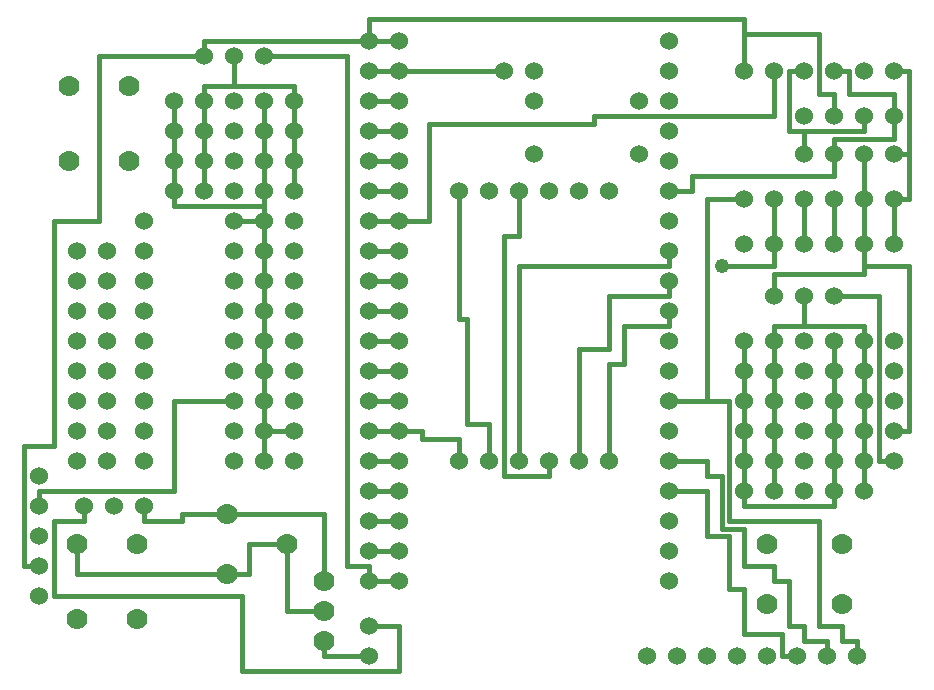
<source format=gbr>
%FSLAX35Y35*%
%MOIN*%
G04 EasyPC Gerber Version 18.0.8 Build 3632 *
%ADD24C,0.01500*%
%ADD92C,0.04800*%
%ADD70C,0.06000*%
%ADD77C,0.07000*%
X0Y0D02*
D02*
D70*
X15250Y37750D03*
Y47750D03*
Y57750D03*
Y67750D03*
Y77750D03*
X27750Y82750D03*
Y92750D03*
Y102750D03*
Y112750D03*
Y122750D03*
Y132750D03*
Y142750D03*
Y152750D03*
X30250Y67750D03*
X37750Y82750D03*
Y92750D03*
Y102750D03*
Y112750D03*
Y122750D03*
Y132750D03*
Y142750D03*
Y152750D03*
X40250Y67750D03*
X50250D03*
Y82750D03*
Y92750D03*
Y102750D03*
Y112750D03*
Y122750D03*
Y132750D03*
Y142750D03*
Y152750D03*
Y162750D03*
X60250Y172750D03*
Y182750D03*
Y192750D03*
Y202750D03*
X70250Y172750D03*
Y182750D03*
Y192750D03*
Y202750D03*
Y217750D03*
X80250Y82750D03*
Y92750D03*
Y102750D03*
Y112750D03*
Y122750D03*
Y132750D03*
Y142750D03*
Y152750D03*
Y162750D03*
Y172750D03*
Y182750D03*
Y192750D03*
Y202750D03*
Y217750D03*
X90250Y82750D03*
Y92750D03*
Y102750D03*
Y112750D03*
Y122750D03*
Y132750D03*
Y142750D03*
Y152750D03*
Y162750D03*
Y172750D03*
Y182750D03*
Y192750D03*
Y202750D03*
Y217750D03*
X100250Y82750D03*
Y92750D03*
Y102750D03*
Y112750D03*
Y122750D03*
Y132750D03*
Y142750D03*
Y152750D03*
Y162750D03*
Y172750D03*
Y182750D03*
Y192750D03*
Y202750D03*
X125250Y17750D03*
Y27750D03*
Y42750D03*
Y52750D03*
Y62750D03*
Y72750D03*
Y82750D03*
Y92750D03*
Y102750D03*
Y112750D03*
Y122750D03*
Y132750D03*
Y142750D03*
Y152750D03*
Y162750D03*
Y172750D03*
Y182750D03*
Y192750D03*
Y202750D03*
Y212750D03*
Y222750D03*
X135250Y42750D03*
Y52750D03*
Y62750D03*
Y72750D03*
Y82750D03*
Y92750D03*
Y102750D03*
Y112750D03*
Y122750D03*
Y132750D03*
Y142750D03*
Y152750D03*
Y162750D03*
Y172750D03*
Y182750D03*
Y192750D03*
Y202750D03*
Y212750D03*
Y222750D03*
X155250Y82750D03*
Y172750D03*
X165250Y82750D03*
Y172750D03*
X170250Y212750D03*
X175250Y82750D03*
Y172750D03*
X180250Y185250D03*
Y202750D03*
Y212750D03*
X185250Y82750D03*
Y172750D03*
X195250Y82750D03*
Y172750D03*
X205250Y82750D03*
Y172750D03*
X215250Y185250D03*
Y202750D03*
X217750Y17750D03*
X225250Y42750D03*
Y52750D03*
Y62750D03*
Y72750D03*
Y82750D03*
Y92750D03*
Y102750D03*
Y112750D03*
Y122750D03*
Y132750D03*
Y142750D03*
Y152750D03*
Y162750D03*
Y172750D03*
Y182750D03*
Y192750D03*
Y202750D03*
Y212750D03*
Y222750D03*
X227750Y17750D03*
X237750D03*
X247750D03*
X250250Y72750D03*
Y82750D03*
Y92750D03*
Y102750D03*
Y112750D03*
Y122750D03*
Y155250D03*
Y170250D03*
Y212750D03*
X257750Y17750D03*
X260250Y72750D03*
Y82750D03*
Y92750D03*
Y102750D03*
Y112750D03*
Y122750D03*
Y137750D03*
Y155250D03*
Y170250D03*
Y212750D03*
X267750Y17750D03*
X270250Y72750D03*
Y82750D03*
Y92750D03*
Y102750D03*
Y112750D03*
Y122750D03*
Y137750D03*
Y155250D03*
Y170250D03*
Y185250D03*
Y197750D03*
Y212750D03*
X277750Y17750D03*
X280250Y72750D03*
Y82750D03*
Y92750D03*
Y102750D03*
Y112750D03*
Y122750D03*
Y137750D03*
Y155250D03*
Y170250D03*
Y185250D03*
Y197750D03*
Y212750D03*
X287750Y17750D03*
X290250Y72750D03*
Y82750D03*
Y92750D03*
Y102750D03*
Y112750D03*
Y122750D03*
Y155250D03*
Y170250D03*
Y185250D03*
Y197750D03*
Y212750D03*
X300250Y82750D03*
Y92750D03*
Y102750D03*
Y112750D03*
Y122750D03*
Y155250D03*
Y170250D03*
Y185250D03*
Y197750D03*
Y212750D03*
D02*
D24*
X15250Y67750D02*
Y72750D01*
X60250*
Y102750*
X80250*
X50250Y67750D02*
Y62750D01*
X62750*
Y65250*
X77750*
X60250Y172750D02*
Y167750D01*
X90250*
X60250Y182750D02*
Y172750D01*
Y192750D02*
Y182750D01*
Y202750D02*
Y192750D01*
X70250Y182750D02*
Y172750D01*
Y192750D02*
Y182750D01*
Y202750D02*
Y192750D01*
Y202750D02*
Y207750D01*
X80250*
X70250Y217750D02*
X35250D01*
Y162750*
X20250*
Y87750*
X10250*
Y47750*
X15250*
X77750Y45250D02*
X27750D01*
Y55250*
X77750Y45250D02*
X85250D01*
Y55250*
X97750*
X77750Y65250D02*
X110250D01*
Y42750*
X80250Y162750D02*
X90250D01*
X80250Y207750D02*
X100250D01*
Y202750*
X80250Y207750D02*
Y217750D01*
X85250Y222750D02*
X70250D01*
Y217750*
X90250Y92750D02*
Y82750D01*
Y102750D02*
Y92750D01*
Y112750D02*
Y102750D01*
Y122750D02*
Y112750D01*
Y132750D02*
Y122750D01*
Y142750D02*
Y132750D01*
Y152750D02*
Y142750D01*
Y162750D02*
Y152750D01*
Y167750D02*
Y162750D01*
Y172750D02*
Y167750D01*
Y182750D02*
Y172750D01*
Y192750D02*
Y182750D01*
Y202750D02*
Y192750D01*
Y217750D02*
X117750D01*
Y47750*
X125250*
Y42750*
X100250Y92750D02*
X90250D01*
X100250Y172750D02*
Y182750D01*
Y192750*
Y202750D02*
Y192750D01*
X110250Y22750D02*
Y17750D01*
X125250*
X110250Y32750D02*
X97750D01*
Y55250*
X125250Y27750D02*
X135250D01*
Y12750*
X82750*
Y37750*
X20250*
Y62750*
X30250*
Y67750*
X125250Y42750D02*
X135250D01*
X125250Y52750D02*
X135250D01*
X125250Y62750D02*
X135250D01*
X125250Y72750D02*
X135250D01*
X125250Y82750D02*
X135250D01*
X125250Y92750D02*
X135250D01*
X125250Y102750D02*
X135250D01*
X125250Y112750D02*
X135250D01*
X125250Y122750D02*
X135250D01*
X125250Y132750D02*
X135250D01*
X125250Y142750D02*
X135250D01*
X125250Y152750D02*
X135250D01*
X125250Y162750D02*
X135250D01*
X125250Y172750D02*
X135250D01*
X125250Y182750D02*
X135250D01*
X125250Y192750D02*
X135250D01*
X125250Y202750D02*
X135250D01*
X125250Y212750D02*
X135250D01*
X125250Y222750D02*
X135250D01*
X125250D02*
Y230250D01*
X250250*
Y225250*
X125250Y222750D02*
X85250D01*
X135250Y92750D02*
X142750D01*
Y90250*
X155250*
Y82750*
X135250Y162750D02*
X145250D01*
Y195250*
X200250*
Y197750*
X260250*
Y212750*
X135250D02*
X170250D01*
X155250Y172750D02*
Y130250D01*
X157750*
Y95250*
X165250*
Y82750*
X185250D02*
Y77750D01*
X170250*
Y157750*
X175250*
Y172750*
X225250Y72750D02*
X237750D01*
Y57750*
X245250*
Y40250*
X250250*
Y25250*
X262750*
Y17750*
X267750*
X225250Y82750D02*
X237750D01*
Y77750*
X242750*
Y60250*
X250250*
Y47750*
X260250*
Y42750*
X265250*
Y27750*
X270250*
Y22750*
X277750*
Y17750*
X225250Y102750D02*
X237750D01*
X225250Y132750D02*
Y127750D01*
X210250*
Y115250*
X205250*
Y82750*
X225250Y142750D02*
Y137750D01*
X205250*
Y120250*
X195250*
Y82750*
X225250Y152750D02*
Y147750D01*
X175250*
Y82750*
X237750Y102750D02*
X245250D01*
Y62750*
X275250*
Y27750*
X282750*
Y22750*
X287750*
Y17750*
X242750Y147750D02*
X260250D01*
Y155250*
X250250Y72750D02*
Y67750D01*
X280250*
Y72750*
X250250Y82750D02*
Y72750D01*
Y92750D02*
Y82750D01*
Y102750D02*
Y92750D01*
Y112750D02*
Y102750D01*
Y122750D02*
Y112750D01*
Y170250D02*
X237750D01*
Y102750*
X250250Y225250D02*
Y212750D01*
X260250Y82750D02*
Y72750D01*
Y92750D02*
Y82750D01*
Y102750D02*
Y92750D01*
Y112750D02*
Y102750D01*
Y112750D02*
Y122750D01*
Y127750*
X270250*
X260250Y137750D02*
Y145250D01*
X290250*
Y147750*
X260250Y170250D02*
Y155250D01*
X270250Y127750D02*
X290250D01*
Y122750*
X270250Y137750D02*
Y127750D01*
Y170250D02*
Y155250D01*
Y192750D02*
Y185250D01*
Y212750D02*
X265250D01*
Y192750*
X270250*
X280250Y82750D02*
Y72750D01*
Y92750D02*
Y82750D01*
Y102750D02*
Y92750D01*
Y112750D02*
Y102750D01*
Y122750D02*
Y112750D01*
Y137750D02*
X295250D01*
Y82750*
X280250Y170250D02*
Y155250D01*
Y185250D02*
Y190250D01*
X300250*
Y197750*
X280250Y185250D02*
Y177750D01*
X232750*
Y172750*
X225250*
X280250Y197750D02*
Y205250D01*
X275250*
Y225250*
X250250*
X280250Y212750D02*
X285250D01*
Y205250*
X300250*
Y197750*
X290250Y72750D02*
Y82750D01*
Y92750*
Y102750*
Y112750*
Y122750*
Y147750D02*
Y155250D01*
Y170250D02*
Y185250D01*
Y170250D02*
Y155250D01*
Y197750D02*
Y192750D01*
X270250*
X295250Y82750D02*
X300250D01*
Y92750D02*
X305250D01*
Y147750*
X290250*
X300250Y170250D02*
Y155250D01*
Y185250D02*
X305250D01*
X300250Y212750D02*
X305250D01*
Y185250*
Y170250*
X300250*
D02*
D77*
X25250Y182750D03*
Y207750D03*
X27750Y30250D03*
Y55250D03*
X45250Y182750D03*
Y207750D03*
X47750Y30250D03*
Y55250D03*
X77750Y45250D03*
Y65250D03*
X97750Y55250D03*
X110250Y22750D03*
Y32750D03*
Y42750D03*
X257750Y35250D03*
Y55250D03*
X282750Y35250D03*
Y55250D03*
D02*
D92*
X242750Y147750D03*
X0Y0D02*
M02*

</source>
